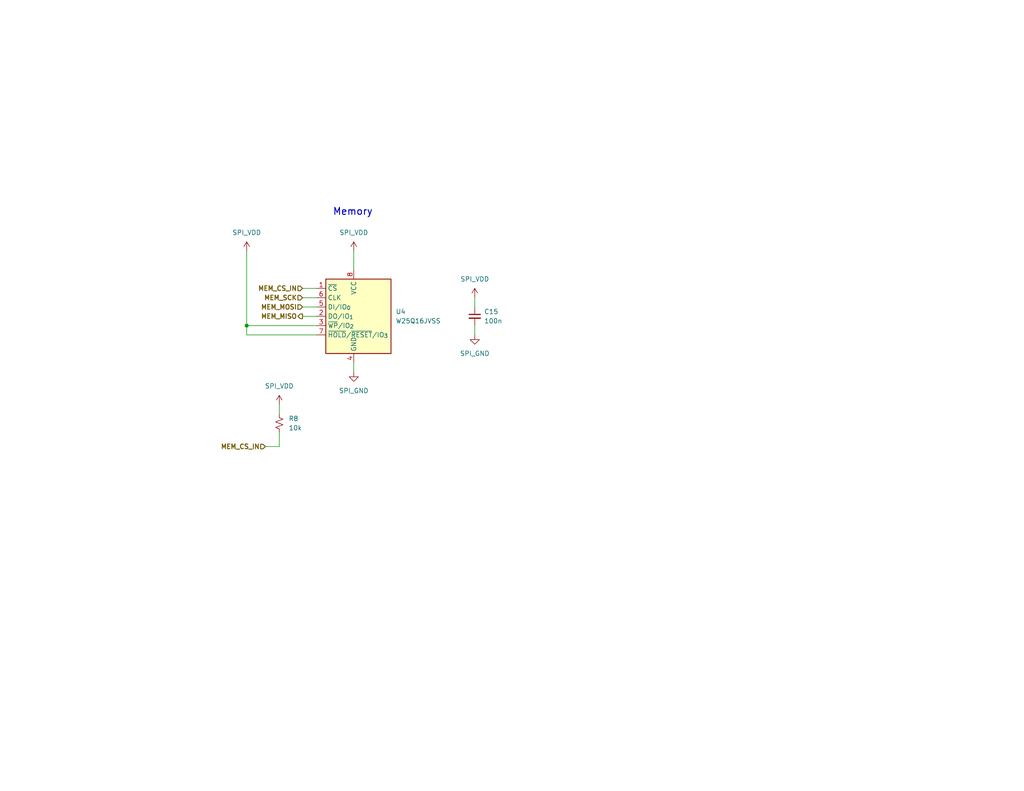
<source format=kicad_sch>
(kicad_sch (version 20250114) (generator "eeschema") (generator_version "9.0")
  (paper "USLetter")
  (title_block (title "Memory") (rev "1.0"))
  (lib_symbols
    (symbol "Device:C_Small" (pin_numbers (hide yes)) (pin_names (offset 0.254) (hide yes))
      (property "Reference" "C" (at 0.254 1.778 0))
      (property "Value" "C_Small" (at 0.254 -2.032 0))
      (symbol "C_Small_0_1"
        (polyline (pts (xy -1.524 0.508) (xy 1.524 0.508)) (stroke (width 0.3048)))
        (polyline (pts (xy -1.524 -0.508) (xy 1.524 -0.508)) (stroke (width 0.3302)))
      )
      (symbol "C_Small_1_1"
        (pin passive line (at 0 2.54 270) (length 2.032) (name "~") (number "1"))
        (pin passive line (at 0 -2.54 90) (length 2.032) (name "~") (number "2"))
      )
    )
    (symbol "Device:R_Small_US" (pin_numbers (hide yes)) (pin_names (offset 0.254) (hide yes))
      (property "Reference" "R" (at 0.762 0.508 0))
      (property "Value" "R_Small_US" (at 0.762 -1.016 0))
      (symbol "R_Small_US_1_1"
        (polyline (pts (xy 0 1.524) (xy 1.016 1.143) (xy 0 0.762) (xy -1.016 0.381) (xy 0 0)))
        (polyline (pts (xy 0 0) (xy 1.016 -0.381) (xy 0 -0.762) (xy -1.016 -1.143) (xy 0 -1.524)))
        (pin passive line (at 0 2.54 270) (length 1.016) (name "~") (number "1"))
        (pin passive line (at 0 -2.54 90) (length 1.016) (name "~") (number "2"))
      )
    )
    (symbol "Memory_Flash:W25Q16JVSS"
      (property "Reference" "U" (at -6.35 11.43 0))
      (property "Value" "W25Q16JVSS" (at 7.62 11.43 0))
      (symbol "W25Q16JVSS_0_1"
        (rectangle (start -7.62 10.16) (end 10.16 -10.16) (stroke (width 0.254)) (fill (type background)))
      )
      (symbol "W25Q16JVSS_1_1"
        (pin input line (at -10.16 7.62 0) (length 2.54) (name "~{CS}") (number "1"))
        (pin input line (at -10.16 5.08 0) (length 2.54) (name "CLK") (number "6"))
        (pin bidirectional line (at -10.16 2.54 0) (length 2.54) (name "DI/IO_{0}") (number "5"))
        (pin bidirectional line (at -10.16 0 0) (length 2.54) (name "DO/IO_{1}") (number "2"))
        (pin bidirectional line (at -10.16 -2.54 0) (length 2.54) (name "~{WP}/IO_{2}") (number "3"))
        (pin bidirectional line (at -10.16 -5.08 0) (length 2.54) (name "~{HOLD}/~{RESET}/IO_{3}") (number "7"))
        (pin power_in line (at 0 12.7 270) (length 2.54) (name "VCC") (number "8"))
        (pin power_in line (at 0 -12.7 90) (length 2.54) (name "GND") (number "4"))
      )
    )
    (symbol "kjp_symlib:SPI_GND" (power) (pin_numbers (hide yes)) (pin_names (offset 0) (hide yes))
      (property "Value" "SPI_GND" (at 0 -3.81 0))
      (symbol "SPI_GND_0_1"
        (polyline (pts (xy 0 0) (xy 0 -1.27) (xy 1.27 -1.27) (xy 0 -2.54) (xy -1.27 -1.27) (xy 0 -1.27)))
      )
      (symbol "SPI_GND_1_1"
        (pin power_in line (at 0 0 270) (length 0) (name "~") (number "1"))
      )
    )
    (symbol "kjp_symlib:SPI_VDD" (power) (pin_numbers (hide yes)) (pin_names (offset 0) (hide yes))
      (property "Value" "SPI_VDD" (at 0 3.556 0))
      (symbol "SPI_VDD_0_1"
        (polyline (pts (xy -0.762 1.27) (xy 0 2.54)))
        (polyline (pts (xy 0 2.54) (xy 0.762 1.27)))
        (polyline (pts (xy 0 0) (xy 0 2.54)))
      )
      (symbol "SPI_VDD_1_1"
        (pin power_in line (at 0 0 90) (length 0) (name "~") (number "1"))
      )
    )
  )
  (text "Memory" (at 96.266 57.912 0) (effects (font (size 1.905 1.905) (thickness 0.254) (bold yes))))
  (junction (at 67.31 88.9))
  (wire (pts (xy 82.55 86.36) (xy 86.36 86.36)))
  (wire (pts (xy 82.55 81.28) (xy 86.36 81.28)))
  (wire (pts (xy 72.39 121.92) (xy 76.2 121.92)))
  (wire (pts (xy 129.54 81.28) (xy 129.54 83.82)))
  (wire (pts (xy 82.55 78.74) (xy 86.36 78.74)))
  (wire (pts (xy 67.31 91.44) (xy 67.31 88.9)))
  (wire (pts (xy 67.31 88.9) (xy 86.36 88.9)))
  (wire (pts (xy 96.52 68.58) (xy 96.52 73.66)))
  (wire (pts (xy 67.31 68.58) (xy 67.31 88.9)))
  (wire (pts (xy 96.52 99.06) (xy 96.52 101.6)))
  (wire (pts (xy 82.55 83.82) (xy 86.36 83.82)))
  (wire (pts (xy 76.2 110.49) (xy 76.2 113.03)))
  (wire (pts (xy 76.2 118.11) (xy 76.2 121.92)))
  (wire (pts (xy 86.36 91.44) (xy 67.31 91.44)))
  (wire (pts (xy 129.54 88.9) (xy 129.54 91.44)))
  (hierarchical_label "MEM_SCK" (shape input) (at 82.55 81.28 180) (effects (font (thickness 0.254) (bold yes))))
  (hierarchical_label "MEM_MOSI" (shape input) (at 82.55 83.82 180) (effects (font (thickness 0.254) (bold yes))))
  (hierarchical_label "MEM_CS_IN" (shape input) (at 82.55 78.74 180) (effects (font (thickness 0.254) (bold yes))))
  (hierarchical_label "MEM_CS_IN" (shape input) (at 72.39 121.92 180) (effects (font (thickness 0.254) (bold yes))))
  (hierarchical_label "MEM_MISO" (shape output) (at 82.55 86.36 180) (effects (font (thickness 0.254) (bold yes))))
  (symbol (lib_id "kjp_symlib:SPI_GND") (at 129.54 91.44 0) (unit 1)
    (property "Reference" "#PWR052" (effects (hide yes)))
    (property "Value" "SPI_GND" (at 129.54 96.52 0))
    (property "Description" "Power symbol creates a global label with name \"GND\" , ground" (effects (hide yes)))
  )
  (symbol (lib_id "kjp_symlib:SPI_GND") (at 96.52 101.6 0) (unit 1)
    (property "Reference" "#PWR050" (effects (hide yes)))
    (property "Value" "SPI_GND" (at 96.52 106.68 0))
    (property "Description" "Power symbol creates a global label with name \"GND\" , ground" (effects (hide yes)))
  )
  (symbol (lib_id "kjp_symlib:SPI_VDD") (at 76.2 110.49 0) (unit 1)
    (property "Reference" "#PWR048" (effects (hide yes)))
    (property "Value" "SPI_VDD" (at 76.2 105.41 0))
    (property "Description" "Power symbol creates a global label with name \"SPI_VDD\"" (effects (hide yes)))
  )
  (symbol (lib_id "Device:C_Small") (at 129.54 86.36 0) (unit 1)
    (property "Reference" "C15" (at 132.08 85.0962 0) (effects (justify left)))
    (property "Value" "100n" (at 132.08 87.6362 0) (effects (justify left)))
    (property "Footprint" "Capacitor_SMD:C_0402_1005Metric" (effects (hide yes)))
    (property "Description" "Unpolarized capacitor, small symbol" (effects (hide yes)))
  )
  (symbol (lib_id "Memory_Flash:W25Q16JVSS") (at 96.52 86.36 0) (unit 1)
    (property "Reference" "U4" (at 107.95 85.0899 0) (effects (justify left)))
    (property "Value" "W25Q16JVSS" (at 107.95 87.6299 0) (effects (justify left)))
    (property "Footprint" "Package_SO:SOIC-8_5.3x5.3mm_P1.27mm" (effects (hide yes)))
    (property "Datasheet" "https://www.winbond.com/hq/support/documentation/levelOne.jsp?__locale=en&DocNo=DA00-W25Q16JV.1" (effects (hide yes)))
    (property "Description" "16Mbit / 2MiB Serial Flash Memory, Standard/Dual/Quad SPI, 2.7-3.6V, SOIC-8 (208 mil)" (effects (hide yes)))
  )
  (symbol (lib_id "kjp_symlib:SPI_VDD") (at 96.52 68.58 0) (unit 1)
    (property "Reference" "#PWR049" (effects (hide yes)))
    (property "Value" "SPI_VDD" (at 96.52 63.5 0))
    (property "Description" "Power symbol creates a global label with name \"SPI_VDD\"" (effects (hide yes)))
  )
  (symbol (lib_id "kjp_symlib:SPI_VDD") (at 67.31 68.58 0) (unit 1)
    (property "Reference" "#PWR047" (effects (hide yes)))
    (property "Value" "SPI_VDD" (at 67.31 63.5 0))
    (property "Description" "Power symbol creates a global label with name \"SPI_VDD\"" (effects (hide yes)))
  )
  (symbol (lib_id "Device:R_Small_US") (at 76.2 115.57 0) (unit 1)
    (property "Reference" "R8" (at 78.74 114.2999 0) (effects (justify left)))
    (property "Value" "10k" (at 78.74 116.8399 0) (effects (justify left)))
    (property "Footprint" "Resistor_SMD:R_0402_1005Metric" (effects (hide yes)))
    (property "Description" "Resistor, small US symbol" (effects (hide yes)))
  )
  (symbol (lib_id "kjp_symlib:SPI_VDD") (at 129.54 81.28 0) (unit 1)
    (property "Reference" "#PWR051" (effects (hide yes)))
    (property "Value" "SPI_VDD" (at 129.54 76.2 0))
    (property "Description" "Power symbol creates a global label with name \"SPI_VDD\"" (effects (hide yes)))
  )
)
</source>
